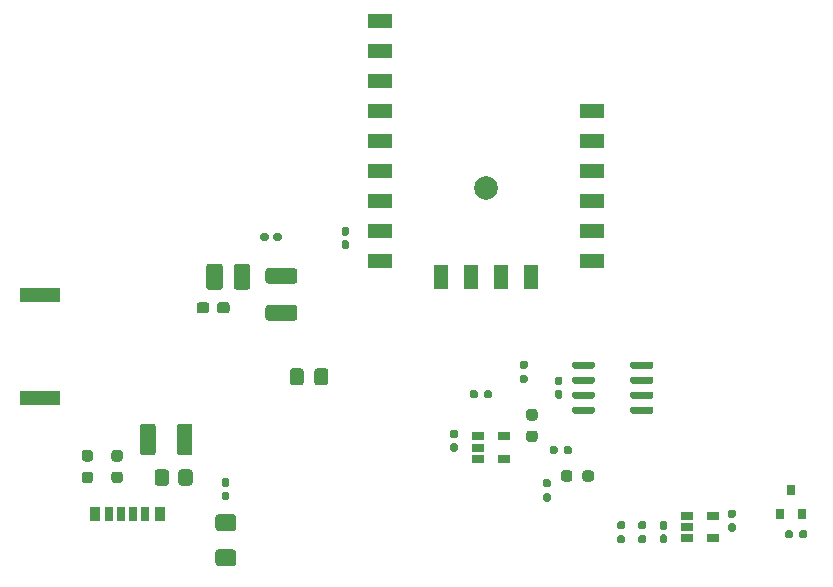
<source format=gbr>
%TF.GenerationSoftware,KiCad,Pcbnew,5.1.10-88a1d61d58~90~ubuntu21.04.1*%
%TF.CreationDate,2021-10-05T18:42:24+09:00*%
%TF.ProjectId,syncricket,73796e63-7269-4636-9b65-742e6b696361,rev?*%
%TF.SameCoordinates,Original*%
%TF.FileFunction,Paste,Top*%
%TF.FilePolarity,Positive*%
%FSLAX46Y46*%
G04 Gerber Fmt 4.6, Leading zero omitted, Abs format (unit mm)*
G04 Created by KiCad (PCBNEW 5.1.10-88a1d61d58~90~ubuntu21.04.1) date 2021-10-05 18:42:24*
%MOMM*%
%LPD*%
G01*
G04 APERTURE LIST*
%ADD10R,0.900000X1.150000*%
%ADD11R,0.800000X1.150000*%
%ADD12R,0.700000X1.150000*%
%ADD13R,1.060000X0.650000*%
%ADD14R,3.400000X1.300000*%
%ADD15R,0.800000X0.900000*%
%ADD16C,2.000000*%
%ADD17R,2.000000X1.200000*%
%ADD18R,1.200000X2.000000*%
G04 APERTURE END LIST*
D10*
%TO.C,J4*%
X137320000Y31633500D03*
X131820000Y31633500D03*
D11*
X136090000Y31633500D03*
X133050000Y31633500D03*
D12*
X134070000Y31633500D03*
X135070000Y31633500D03*
%TD*%
%TO.C,C12*%
G36*
G01*
X142169000Y48892500D02*
X142169000Y49367500D01*
G75*
G02*
X142406500Y49605000I237500J0D01*
G01*
X143006500Y49605000D01*
G75*
G02*
X143244000Y49367500I0J-237500D01*
G01*
X143244000Y48892500D01*
G75*
G02*
X143006500Y48655000I-237500J0D01*
G01*
X142406500Y48655000D01*
G75*
G02*
X142169000Y48892500I0J237500D01*
G01*
G37*
G36*
G01*
X140444000Y48892500D02*
X140444000Y49367500D01*
G75*
G02*
X140681500Y49605000I237500J0D01*
G01*
X141281500Y49605000D01*
G75*
G02*
X141519000Y49367500I0J-237500D01*
G01*
X141519000Y48892500D01*
G75*
G02*
X141281500Y48655000I-237500J0D01*
G01*
X140681500Y48655000D01*
G75*
G02*
X140444000Y48892500I0J237500D01*
G01*
G37*
%TD*%
%TO.C,L2*%
G36*
G01*
X143543420Y30226020D02*
X142293420Y30226020D01*
G75*
G02*
X142043420Y30476020I0J250000D01*
G01*
X142043420Y31401020D01*
G75*
G02*
X142293420Y31651020I250000J0D01*
G01*
X143543420Y31651020D01*
G75*
G02*
X143793420Y31401020I0J-250000D01*
G01*
X143793420Y30476020D01*
G75*
G02*
X143543420Y30226020I-250000J0D01*
G01*
G37*
G36*
G01*
X143543420Y27251020D02*
X142293420Y27251020D01*
G75*
G02*
X142043420Y27501020I0J250000D01*
G01*
X142043420Y28426020D01*
G75*
G02*
X142293420Y28676020I250000J0D01*
G01*
X143543420Y28676020D01*
G75*
G02*
X143793420Y28426020I0J-250000D01*
G01*
X143793420Y27501020D01*
G75*
G02*
X143543420Y27251020I-250000J0D01*
G01*
G37*
%TD*%
%TO.C,L1*%
G36*
G01*
X143576700Y50901280D02*
X143576700Y52601280D01*
G75*
G02*
X143826700Y52851280I250000J0D01*
G01*
X144751700Y52851280D01*
G75*
G02*
X145001700Y52601280I0J-250000D01*
G01*
X145001700Y50901280D01*
G75*
G02*
X144751700Y50651280I-250000J0D01*
G01*
X143826700Y50651280D01*
G75*
G02*
X143576700Y50901280I0J250000D01*
G01*
G37*
G36*
G01*
X141251700Y50901280D02*
X141251700Y52601280D01*
G75*
G02*
X141501700Y52851280I250000J0D01*
G01*
X142426700Y52851280D01*
G75*
G02*
X142676700Y52601280I0J-250000D01*
G01*
X142676700Y50901280D01*
G75*
G02*
X142426700Y50651280I-250000J0D01*
G01*
X141501700Y50651280D01*
G75*
G02*
X141251700Y50901280I0J250000D01*
G01*
G37*
%TD*%
%TO.C,C11*%
G36*
G01*
X152890400Y54843120D02*
X153200400Y54843120D01*
G75*
G02*
X153355400Y54688120I0J-155000D01*
G01*
X153355400Y54263120D01*
G75*
G02*
X153200400Y54108120I-155000J0D01*
G01*
X152890400Y54108120D01*
G75*
G02*
X152735400Y54263120I0J155000D01*
G01*
X152735400Y54688120D01*
G75*
G02*
X152890400Y54843120I155000J0D01*
G01*
G37*
G36*
G01*
X152890400Y55978120D02*
X153200400Y55978120D01*
G75*
G02*
X153355400Y55823120I0J-155000D01*
G01*
X153355400Y55398120D01*
G75*
G02*
X153200400Y55243120I-155000J0D01*
G01*
X152890400Y55243120D01*
G75*
G02*
X152735400Y55398120I0J155000D01*
G01*
X152735400Y55823120D01*
G75*
G02*
X152890400Y55978120I155000J0D01*
G01*
G37*
%TD*%
%TO.C,C3*%
G36*
G01*
X146530118Y49370460D02*
X148730122Y49370460D01*
G75*
G02*
X148980120Y49120462I0J-249998D01*
G01*
X148980120Y48295458D01*
G75*
G02*
X148730122Y48045460I-249998J0D01*
G01*
X146530118Y48045460D01*
G75*
G02*
X146280120Y48295458I0J249998D01*
G01*
X146280120Y49120462D01*
G75*
G02*
X146530118Y49370460I249998J0D01*
G01*
G37*
G36*
G01*
X146530118Y52495460D02*
X148730122Y52495460D01*
G75*
G02*
X148980120Y52245462I0J-249998D01*
G01*
X148980120Y51420458D01*
G75*
G02*
X148730122Y51170460I-249998J0D01*
G01*
X146530118Y51170460D01*
G75*
G02*
X146280120Y51420458I0J249998D01*
G01*
X146280120Y52245462D01*
G75*
G02*
X146530118Y52495460I249998J0D01*
G01*
G37*
%TD*%
%TO.C,R6*%
G36*
G01*
X164280520Y41979880D02*
X164280520Y41659880D01*
G75*
G02*
X164120520Y41499880I-160000J0D01*
G01*
X163725520Y41499880D01*
G75*
G02*
X163565520Y41659880I0J160000D01*
G01*
X163565520Y41979880D01*
G75*
G02*
X163725520Y42139880I160000J0D01*
G01*
X164120520Y42139880D01*
G75*
G02*
X164280520Y41979880I0J-160000D01*
G01*
G37*
G36*
G01*
X165475520Y41979880D02*
X165475520Y41659880D01*
G75*
G02*
X165315520Y41499880I-160000J0D01*
G01*
X164920520Y41499880D01*
G75*
G02*
X164760520Y41659880I0J160000D01*
G01*
X164760520Y41979880D01*
G75*
G02*
X164920520Y42139880I160000J0D01*
G01*
X165315520Y42139880D01*
G75*
G02*
X165475520Y41979880I0J-160000D01*
G01*
G37*
%TD*%
D13*
%TO.C,U6*%
X166515200Y38233440D03*
X166515200Y36333440D03*
X164315200Y36333440D03*
X164315200Y37283440D03*
X164315200Y38233440D03*
%TD*%
%TO.C,R13*%
G36*
G01*
X168604160Y38735500D02*
X169079160Y38735500D01*
G75*
G02*
X169316660Y38498000I0J-237500D01*
G01*
X169316660Y37998000D01*
G75*
G02*
X169079160Y37760500I-237500J0D01*
G01*
X168604160Y37760500D01*
G75*
G02*
X168366660Y37998000I0J237500D01*
G01*
X168366660Y38498000D01*
G75*
G02*
X168604160Y38735500I237500J0D01*
G01*
G37*
G36*
G01*
X168604160Y40560500D02*
X169079160Y40560500D01*
G75*
G02*
X169316660Y40323000I0J-237500D01*
G01*
X169316660Y39823000D01*
G75*
G02*
X169079160Y39585500I-237500J0D01*
G01*
X168604160Y39585500D01*
G75*
G02*
X168366660Y39823000I0J237500D01*
G01*
X168366660Y40323000D01*
G75*
G02*
X168604160Y40560500I237500J0D01*
G01*
G37*
%TD*%
%TO.C,R12*%
G36*
G01*
X172269840Y35128260D02*
X172269840Y34653260D01*
G75*
G02*
X172032340Y34415760I-237500J0D01*
G01*
X171532340Y34415760D01*
G75*
G02*
X171294840Y34653260I0J237500D01*
G01*
X171294840Y35128260D01*
G75*
G02*
X171532340Y35365760I237500J0D01*
G01*
X172032340Y35365760D01*
G75*
G02*
X172269840Y35128260I0J-237500D01*
G01*
G37*
G36*
G01*
X174094840Y35128260D02*
X174094840Y34653260D01*
G75*
G02*
X173857340Y34415760I-237500J0D01*
G01*
X173357340Y34415760D01*
G75*
G02*
X173119840Y34653260I0J237500D01*
G01*
X173119840Y35128260D01*
G75*
G02*
X173357340Y35365760I237500J0D01*
G01*
X173857340Y35365760D01*
G75*
G02*
X174094840Y35128260I0J-237500D01*
G01*
G37*
%TD*%
%TO.C,R11*%
G36*
G01*
X171525140Y36925320D02*
X171525140Y37245320D01*
G75*
G02*
X171685140Y37405320I160000J0D01*
G01*
X172080140Y37405320D01*
G75*
G02*
X172240140Y37245320I0J-160000D01*
G01*
X172240140Y36925320D01*
G75*
G02*
X172080140Y36765320I-160000J0D01*
G01*
X171685140Y36765320D01*
G75*
G02*
X171525140Y36925320I0J160000D01*
G01*
G37*
G36*
G01*
X170330140Y36925320D02*
X170330140Y37245320D01*
G75*
G02*
X170490140Y37405320I160000J0D01*
G01*
X170885140Y37405320D01*
G75*
G02*
X171045140Y37245320I0J-160000D01*
G01*
X171045140Y36925320D01*
G75*
G02*
X170885140Y36765320I-160000J0D01*
G01*
X170490140Y36765320D01*
G75*
G02*
X170330140Y36925320I0J160000D01*
G01*
G37*
%TD*%
%TO.C,R10*%
G36*
G01*
X169944040Y33444260D02*
X170264040Y33444260D01*
G75*
G02*
X170424040Y33284260I0J-160000D01*
G01*
X170424040Y32889260D01*
G75*
G02*
X170264040Y32729260I-160000J0D01*
G01*
X169944040Y32729260D01*
G75*
G02*
X169784040Y32889260I0J160000D01*
G01*
X169784040Y33284260D01*
G75*
G02*
X169944040Y33444260I160000J0D01*
G01*
G37*
G36*
G01*
X169944040Y34639260D02*
X170264040Y34639260D01*
G75*
G02*
X170424040Y34479260I0J-160000D01*
G01*
X170424040Y34084260D01*
G75*
G02*
X170264040Y33924260I-160000J0D01*
G01*
X169944040Y33924260D01*
G75*
G02*
X169784040Y34084260I0J160000D01*
G01*
X169784040Y34479260D01*
G75*
G02*
X169944040Y34639260I160000J0D01*
G01*
G37*
%TD*%
%TO.C,C9*%
G36*
G01*
X162080120Y37670180D02*
X162390120Y37670180D01*
G75*
G02*
X162545120Y37515180I0J-155000D01*
G01*
X162545120Y37090180D01*
G75*
G02*
X162390120Y36935180I-155000J0D01*
G01*
X162080120Y36935180D01*
G75*
G02*
X161925120Y37090180I0J155000D01*
G01*
X161925120Y37515180D01*
G75*
G02*
X162080120Y37670180I155000J0D01*
G01*
G37*
G36*
G01*
X162080120Y38805180D02*
X162390120Y38805180D01*
G75*
G02*
X162545120Y38650180I0J-155000D01*
G01*
X162545120Y38225180D01*
G75*
G02*
X162390120Y38070180I-155000J0D01*
G01*
X162080120Y38070180D01*
G75*
G02*
X161925120Y38225180I0J155000D01*
G01*
X161925120Y38650180D01*
G75*
G02*
X162080120Y38805180I155000J0D01*
G01*
G37*
%TD*%
%TO.C,U2*%
G36*
G01*
X177181880Y44126060D02*
X177181880Y44426060D01*
G75*
G02*
X177331880Y44576060I150000J0D01*
G01*
X178981880Y44576060D01*
G75*
G02*
X179131880Y44426060I0J-150000D01*
G01*
X179131880Y44126060D01*
G75*
G02*
X178981880Y43976060I-150000J0D01*
G01*
X177331880Y43976060D01*
G75*
G02*
X177181880Y44126060I0J150000D01*
G01*
G37*
G36*
G01*
X177181880Y42856060D02*
X177181880Y43156060D01*
G75*
G02*
X177331880Y43306060I150000J0D01*
G01*
X178981880Y43306060D01*
G75*
G02*
X179131880Y43156060I0J-150000D01*
G01*
X179131880Y42856060D01*
G75*
G02*
X178981880Y42706060I-150000J0D01*
G01*
X177331880Y42706060D01*
G75*
G02*
X177181880Y42856060I0J150000D01*
G01*
G37*
G36*
G01*
X177181880Y41586060D02*
X177181880Y41886060D01*
G75*
G02*
X177331880Y42036060I150000J0D01*
G01*
X178981880Y42036060D01*
G75*
G02*
X179131880Y41886060I0J-150000D01*
G01*
X179131880Y41586060D01*
G75*
G02*
X178981880Y41436060I-150000J0D01*
G01*
X177331880Y41436060D01*
G75*
G02*
X177181880Y41586060I0J150000D01*
G01*
G37*
G36*
G01*
X177181880Y40316060D02*
X177181880Y40616060D01*
G75*
G02*
X177331880Y40766060I150000J0D01*
G01*
X178981880Y40766060D01*
G75*
G02*
X179131880Y40616060I0J-150000D01*
G01*
X179131880Y40316060D01*
G75*
G02*
X178981880Y40166060I-150000J0D01*
G01*
X177331880Y40166060D01*
G75*
G02*
X177181880Y40316060I0J150000D01*
G01*
G37*
G36*
G01*
X172231880Y40316060D02*
X172231880Y40616060D01*
G75*
G02*
X172381880Y40766060I150000J0D01*
G01*
X174031880Y40766060D01*
G75*
G02*
X174181880Y40616060I0J-150000D01*
G01*
X174181880Y40316060D01*
G75*
G02*
X174031880Y40166060I-150000J0D01*
G01*
X172381880Y40166060D01*
G75*
G02*
X172231880Y40316060I0J150000D01*
G01*
G37*
G36*
G01*
X172231880Y41586060D02*
X172231880Y41886060D01*
G75*
G02*
X172381880Y42036060I150000J0D01*
G01*
X174031880Y42036060D01*
G75*
G02*
X174181880Y41886060I0J-150000D01*
G01*
X174181880Y41586060D01*
G75*
G02*
X174031880Y41436060I-150000J0D01*
G01*
X172381880Y41436060D01*
G75*
G02*
X172231880Y41586060I0J150000D01*
G01*
G37*
G36*
G01*
X172231880Y42856060D02*
X172231880Y43156060D01*
G75*
G02*
X172381880Y43306060I150000J0D01*
G01*
X174031880Y43306060D01*
G75*
G02*
X174181880Y43156060I0J-150000D01*
G01*
X174181880Y42856060D01*
G75*
G02*
X174031880Y42706060I-150000J0D01*
G01*
X172381880Y42706060D01*
G75*
G02*
X172231880Y42856060I0J150000D01*
G01*
G37*
G36*
G01*
X172231880Y44126060D02*
X172231880Y44426060D01*
G75*
G02*
X172381880Y44576060I150000J0D01*
G01*
X174031880Y44576060D01*
G75*
G02*
X174181880Y44426060I0J-150000D01*
G01*
X174181880Y44126060D01*
G75*
G02*
X174031880Y43976060I-150000J0D01*
G01*
X172381880Y43976060D01*
G75*
G02*
X172231880Y44126060I0J150000D01*
G01*
G37*
%TD*%
%TO.C,R1*%
G36*
G01*
X168305700Y43949640D02*
X167985700Y43949640D01*
G75*
G02*
X167825700Y44109640I0J160000D01*
G01*
X167825700Y44504640D01*
G75*
G02*
X167985700Y44664640I160000J0D01*
G01*
X168305700Y44664640D01*
G75*
G02*
X168465700Y44504640I0J-160000D01*
G01*
X168465700Y44109640D01*
G75*
G02*
X168305700Y43949640I-160000J0D01*
G01*
G37*
G36*
G01*
X168305700Y42754640D02*
X167985700Y42754640D01*
G75*
G02*
X167825700Y42914640I0J160000D01*
G01*
X167825700Y43309640D01*
G75*
G02*
X167985700Y43469640I160000J0D01*
G01*
X168305700Y43469640D01*
G75*
G02*
X168465700Y43309640I0J-160000D01*
G01*
X168465700Y42914640D01*
G75*
G02*
X168305700Y42754640I-160000J0D01*
G01*
G37*
%TD*%
D14*
%TO.C,LS1*%
X127183120Y41500860D03*
X127183120Y50200860D03*
%TD*%
%TO.C,C5*%
G36*
G01*
X149522000Y43763000D02*
X149522000Y42813000D01*
G75*
G02*
X149272000Y42563000I-250000J0D01*
G01*
X148597000Y42563000D01*
G75*
G02*
X148347000Y42813000I0J250000D01*
G01*
X148347000Y43763000D01*
G75*
G02*
X148597000Y44013000I250000J0D01*
G01*
X149272000Y44013000D01*
G75*
G02*
X149522000Y43763000I0J-250000D01*
G01*
G37*
G36*
G01*
X151597000Y43763000D02*
X151597000Y42813000D01*
G75*
G02*
X151347000Y42563000I-250000J0D01*
G01*
X150672000Y42563000D01*
G75*
G02*
X150422000Y42813000I0J250000D01*
G01*
X150422000Y43763000D01*
G75*
G02*
X150672000Y44013000I250000J0D01*
G01*
X151347000Y44013000D01*
G75*
G02*
X151597000Y43763000I0J-250000D01*
G01*
G37*
%TD*%
%TO.C,C10*%
G36*
G01*
X185610680Y30906160D02*
X185920680Y30906160D01*
G75*
G02*
X186075680Y30751160I0J-155000D01*
G01*
X186075680Y30326160D01*
G75*
G02*
X185920680Y30171160I-155000J0D01*
G01*
X185610680Y30171160D01*
G75*
G02*
X185455680Y30326160I0J155000D01*
G01*
X185455680Y30751160D01*
G75*
G02*
X185610680Y30906160I155000J0D01*
G01*
G37*
G36*
G01*
X185610680Y32041160D02*
X185920680Y32041160D01*
G75*
G02*
X186075680Y31886160I0J-155000D01*
G01*
X186075680Y31461160D01*
G75*
G02*
X185920680Y31306160I-155000J0D01*
G01*
X185610680Y31306160D01*
G75*
G02*
X185455680Y31461160I0J155000D01*
G01*
X185455680Y31886160D01*
G75*
G02*
X185610680Y32041160I155000J0D01*
G01*
G37*
%TD*%
D13*
%TO.C,U5*%
X184173000Y31544300D03*
X184173000Y29644300D03*
X181973000Y29644300D03*
X181973000Y30594300D03*
X181973000Y31544300D03*
%TD*%
%TO.C,R8*%
G36*
G01*
X178016000Y29889500D02*
X178336000Y29889500D01*
G75*
G02*
X178496000Y29729500I0J-160000D01*
G01*
X178496000Y29334500D01*
G75*
G02*
X178336000Y29174500I-160000J0D01*
G01*
X178016000Y29174500D01*
G75*
G02*
X177856000Y29334500I0J160000D01*
G01*
X177856000Y29729500D01*
G75*
G02*
X178016000Y29889500I160000J0D01*
G01*
G37*
G36*
G01*
X178016000Y31084500D02*
X178336000Y31084500D01*
G75*
G02*
X178496000Y30924500I0J-160000D01*
G01*
X178496000Y30529500D01*
G75*
G02*
X178336000Y30369500I-160000J0D01*
G01*
X178016000Y30369500D01*
G75*
G02*
X177856000Y30529500I0J160000D01*
G01*
X177856000Y30924500D01*
G75*
G02*
X178016000Y31084500I160000J0D01*
G01*
G37*
%TD*%
%TO.C,R7*%
G36*
G01*
X176553000Y30369500D02*
X176233000Y30369500D01*
G75*
G02*
X176073000Y30529500I0J160000D01*
G01*
X176073000Y30924500D01*
G75*
G02*
X176233000Y31084500I160000J0D01*
G01*
X176553000Y31084500D01*
G75*
G02*
X176713000Y30924500I0J-160000D01*
G01*
X176713000Y30529500D01*
G75*
G02*
X176553000Y30369500I-160000J0D01*
G01*
G37*
G36*
G01*
X176553000Y29174500D02*
X176233000Y29174500D01*
G75*
G02*
X176073000Y29334500I0J160000D01*
G01*
X176073000Y29729500D01*
G75*
G02*
X176233000Y29889500I160000J0D01*
G01*
X176553000Y29889500D01*
G75*
G02*
X176713000Y29729500I0J-160000D01*
G01*
X176713000Y29334500D01*
G75*
G02*
X176553000Y29174500I-160000J0D01*
G01*
G37*
%TD*%
%TO.C,R5*%
G36*
G01*
X190963000Y30120600D02*
X190963000Y29800600D01*
G75*
G02*
X190803000Y29640600I-160000J0D01*
G01*
X190408000Y29640600D01*
G75*
G02*
X190248000Y29800600I0J160000D01*
G01*
X190248000Y30120600D01*
G75*
G02*
X190408000Y30280600I160000J0D01*
G01*
X190803000Y30280600D01*
G75*
G02*
X190963000Y30120600I0J-160000D01*
G01*
G37*
G36*
G01*
X192158000Y30120600D02*
X192158000Y29800600D01*
G75*
G02*
X191998000Y29640600I-160000J0D01*
G01*
X191603000Y29640600D01*
G75*
G02*
X191443000Y29800600I0J160000D01*
G01*
X191443000Y30120600D01*
G75*
G02*
X191603000Y30280600I160000J0D01*
G01*
X191998000Y30280600D01*
G75*
G02*
X192158000Y30120600I0J-160000D01*
G01*
G37*
%TD*%
D15*
%TO.C,Q1*%
X190759000Y33703800D03*
X191709000Y31703800D03*
X189809000Y31703800D03*
%TD*%
%TO.C,F1*%
G36*
G01*
X138105000Y35208001D02*
X138105000Y34307999D01*
G75*
G02*
X137855001Y34058000I-249999J0D01*
G01*
X137154999Y34058000D01*
G75*
G02*
X136905000Y34307999I0J249999D01*
G01*
X136905000Y35208001D01*
G75*
G02*
X137154999Y35458000I249999J0D01*
G01*
X137855001Y35458000D01*
G75*
G02*
X138105000Y35208001I0J-249999D01*
G01*
G37*
G36*
G01*
X140105000Y35208001D02*
X140105000Y34307999D01*
G75*
G02*
X139855001Y34058000I-249999J0D01*
G01*
X139154999Y34058000D01*
G75*
G02*
X138905000Y34307999I0J249999D01*
G01*
X138905000Y35208001D01*
G75*
G02*
X139154999Y35458000I249999J0D01*
G01*
X139855001Y35458000D01*
G75*
G02*
X140105000Y35208001I0J-249999D01*
G01*
G37*
%TD*%
%TO.C,C7*%
G36*
G01*
X179819000Y29937100D02*
X180129000Y29937100D01*
G75*
G02*
X180284000Y29782100I0J-155000D01*
G01*
X180284000Y29357100D01*
G75*
G02*
X180129000Y29202100I-155000J0D01*
G01*
X179819000Y29202100D01*
G75*
G02*
X179664000Y29357100I0J155000D01*
G01*
X179664000Y29782100D01*
G75*
G02*
X179819000Y29937100I155000J0D01*
G01*
G37*
G36*
G01*
X179819000Y31072100D02*
X180129000Y31072100D01*
G75*
G02*
X180284000Y30917100I0J-155000D01*
G01*
X180284000Y30492100D01*
G75*
G02*
X180129000Y30337100I-155000J0D01*
G01*
X179819000Y30337100D01*
G75*
G02*
X179664000Y30492100I0J155000D01*
G01*
X179664000Y30917100D01*
G75*
G02*
X179819000Y31072100I155000J0D01*
G01*
G37*
%TD*%
%TO.C,C1*%
G36*
G01*
X145807000Y54975000D02*
X145807000Y55285000D01*
G75*
G02*
X145962000Y55440000I155000J0D01*
G01*
X146387000Y55440000D01*
G75*
G02*
X146542000Y55285000I0J-155000D01*
G01*
X146542000Y54975000D01*
G75*
G02*
X146387000Y54820000I-155000J0D01*
G01*
X145962000Y54820000D01*
G75*
G02*
X145807000Y54975000I0J155000D01*
G01*
G37*
G36*
G01*
X146942000Y54975000D02*
X146942000Y55285000D01*
G75*
G02*
X147097000Y55440000I155000J0D01*
G01*
X147522000Y55440000D01*
G75*
G02*
X147677000Y55285000I0J-155000D01*
G01*
X147677000Y54975000D01*
G75*
G02*
X147522000Y54820000I-155000J0D01*
G01*
X147097000Y54820000D01*
G75*
G02*
X146942000Y54975000I0J155000D01*
G01*
G37*
%TD*%
%TO.C,C2*%
G36*
G01*
X170957420Y43306060D02*
X171267420Y43306060D01*
G75*
G02*
X171422420Y43151060I0J-155000D01*
G01*
X171422420Y42726060D01*
G75*
G02*
X171267420Y42571060I-155000J0D01*
G01*
X170957420Y42571060D01*
G75*
G02*
X170802420Y42726060I0J155000D01*
G01*
X170802420Y43151060D01*
G75*
G02*
X170957420Y43306060I155000J0D01*
G01*
G37*
G36*
G01*
X170957420Y42171060D02*
X171267420Y42171060D01*
G75*
G02*
X171422420Y42016060I0J-155000D01*
G01*
X171422420Y41591060D01*
G75*
G02*
X171267420Y41436060I-155000J0D01*
G01*
X170957420Y41436060D01*
G75*
G02*
X170802420Y41591060I0J155000D01*
G01*
X170802420Y42016060D01*
G75*
G02*
X170957420Y42171060I155000J0D01*
G01*
G37*
%TD*%
%TO.C,C6*%
G36*
G01*
X142743000Y33575700D02*
X143053000Y33575700D01*
G75*
G02*
X143208000Y33420700I0J-155000D01*
G01*
X143208000Y32995700D01*
G75*
G02*
X143053000Y32840700I-155000J0D01*
G01*
X142743000Y32840700D01*
G75*
G02*
X142588000Y32995700I0J155000D01*
G01*
X142588000Y33420700D01*
G75*
G02*
X142743000Y33575700I155000J0D01*
G01*
G37*
G36*
G01*
X142743000Y34710700D02*
X143053000Y34710700D01*
G75*
G02*
X143208000Y34555700I0J-155000D01*
G01*
X143208000Y34130700D01*
G75*
G02*
X143053000Y33975700I-155000J0D01*
G01*
X142743000Y33975700D01*
G75*
G02*
X142588000Y34130700I0J155000D01*
G01*
X142588000Y34555700D01*
G75*
G02*
X142743000Y34710700I155000J0D01*
G01*
G37*
%TD*%
%TO.C,R3*%
G36*
G01*
X130963500Y37089500D02*
X131438500Y37089500D01*
G75*
G02*
X131676000Y36852000I0J-237500D01*
G01*
X131676000Y36352000D01*
G75*
G02*
X131438500Y36114500I-237500J0D01*
G01*
X130963500Y36114500D01*
G75*
G02*
X130726000Y36352000I0J237500D01*
G01*
X130726000Y36852000D01*
G75*
G02*
X130963500Y37089500I237500J0D01*
G01*
G37*
G36*
G01*
X130963500Y35264500D02*
X131438500Y35264500D01*
G75*
G02*
X131676000Y35027000I0J-237500D01*
G01*
X131676000Y34527000D01*
G75*
G02*
X131438500Y34289500I-237500J0D01*
G01*
X130963500Y34289500D01*
G75*
G02*
X130726000Y34527000I0J237500D01*
G01*
X130726000Y35027000D01*
G75*
G02*
X130963500Y35264500I237500J0D01*
G01*
G37*
%TD*%
%TO.C,R4*%
G36*
G01*
X133473500Y35264500D02*
X133948500Y35264500D01*
G75*
G02*
X134186000Y35027000I0J-237500D01*
G01*
X134186000Y34527000D01*
G75*
G02*
X133948500Y34289500I-237500J0D01*
G01*
X133473500Y34289500D01*
G75*
G02*
X133236000Y34527000I0J237500D01*
G01*
X133236000Y35027000D01*
G75*
G02*
X133473500Y35264500I237500J0D01*
G01*
G37*
G36*
G01*
X133473500Y37089500D02*
X133948500Y37089500D01*
G75*
G02*
X134186000Y36852000I0J-237500D01*
G01*
X134186000Y36352000D01*
G75*
G02*
X133948500Y36114500I-237500J0D01*
G01*
X133473500Y36114500D01*
G75*
G02*
X133236000Y36352000I0J237500D01*
G01*
X133236000Y36852000D01*
G75*
G02*
X133473500Y37089500I237500J0D01*
G01*
G37*
%TD*%
D16*
%TO.C,U3*%
X164959180Y59290740D03*
D17*
X173959180Y65830740D03*
X173959180Y63290740D03*
X173959180Y60750740D03*
X173959180Y58210740D03*
X173959180Y55670740D03*
X173959180Y53130740D03*
D18*
X168769180Y51750740D03*
X166229180Y51750740D03*
X163689180Y51750740D03*
X161149180Y51750740D03*
D17*
X155959180Y53130740D03*
X155959180Y55670740D03*
X155959180Y58210740D03*
X155959180Y60750740D03*
X155959180Y63290740D03*
X155959180Y65830740D03*
X155959180Y73450740D03*
X155959180Y70910740D03*
X155959180Y68370740D03*
%TD*%
%TO.C,C4*%
G36*
G01*
X135647000Y36878498D02*
X135647000Y39078502D01*
G75*
G02*
X135896998Y39328500I249998J0D01*
G01*
X136722002Y39328500D01*
G75*
G02*
X136972000Y39078502I0J-249998D01*
G01*
X136972000Y36878498D01*
G75*
G02*
X136722002Y36628500I-249998J0D01*
G01*
X135896998Y36628500D01*
G75*
G02*
X135647000Y36878498I0J249998D01*
G01*
G37*
G36*
G01*
X138772000Y36878498D02*
X138772000Y39078502D01*
G75*
G02*
X139021998Y39328500I249998J0D01*
G01*
X139847002Y39328500D01*
G75*
G02*
X140097000Y39078502I0J-249998D01*
G01*
X140097000Y36878498D01*
G75*
G02*
X139847002Y36628500I-249998J0D01*
G01*
X139021998Y36628500D01*
G75*
G02*
X138772000Y36878498I0J249998D01*
G01*
G37*
%TD*%
M02*

</source>
